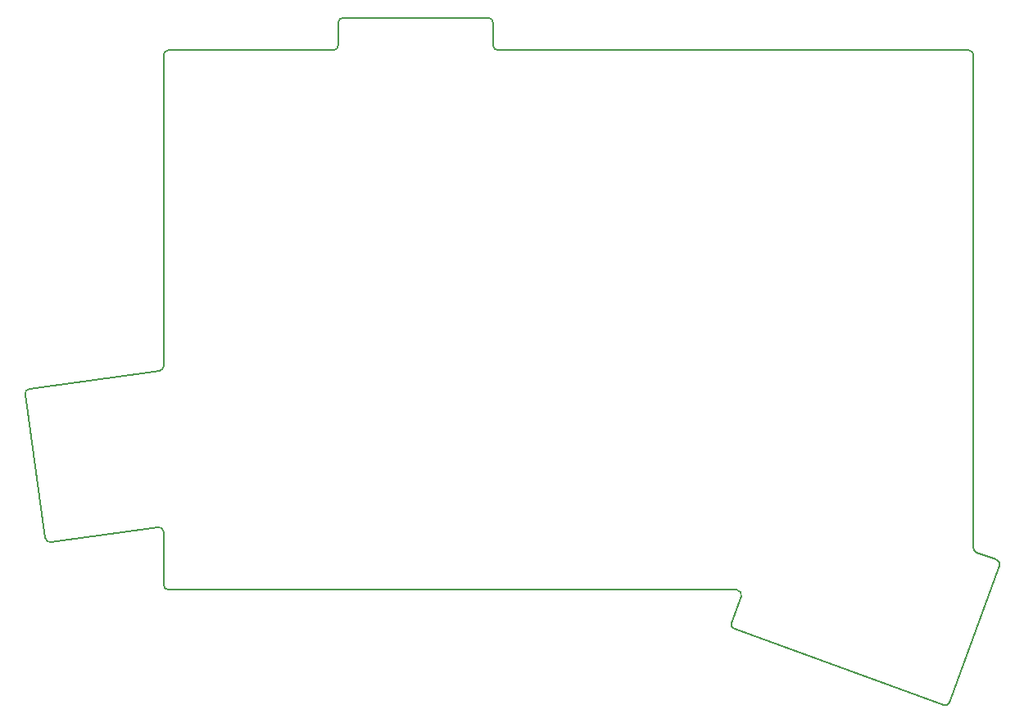
<source format=gbr>
%TF.GenerationSoftware,KiCad,Pcbnew,8.0.5*%
%TF.CreationDate,2024-09-24T21:25:47+10:00*%
%TF.ProjectId,pueo-min-space,7075656f-2d6d-4696-9e2d-73706163652e,0.1*%
%TF.SameCoordinates,Original*%
%TF.FileFunction,Profile,NP*%
%FSLAX46Y46*%
G04 Gerber Fmt 4.6, Leading zero omitted, Abs format (unit mm)*
G04 Created by KiCad (PCBNEW 8.0.5) date 2024-09-24 21:25:47*
%MOMM*%
%LPD*%
G01*
G04 APERTURE LIST*
%TA.AperFunction,Profile*%
%ADD10C,0.150000*%
%TD*%
G04 APERTURE END LIST*
D10*
X94616607Y-99079016D02*
X105711247Y-97519766D01*
X189480835Y-48202914D02*
G75*
G02*
X189980786Y-48702916I-35J-499986D01*
G01*
X192363458Y-100883601D02*
G75*
G02*
X192662266Y-101524449I-170958J-469799D01*
G01*
X124320831Y-45352912D02*
X124320835Y-47702912D01*
X189980832Y-99666294D02*
X189980836Y-48702916D01*
X106780833Y-104002912D02*
X165505872Y-104002910D01*
X165278207Y-108052220D02*
G75*
G02*
X164979393Y-107411371I170993J469820D01*
G01*
X139820837Y-44852914D02*
G75*
G02*
X140320786Y-45352912I-37J-499986D01*
G01*
X187531995Y-115619848D02*
G75*
G02*
X186891124Y-115918721I-469895J171048D01*
G01*
X189480834Y-48202914D02*
X140820834Y-48202914D01*
X105850420Y-81342966D02*
X92389840Y-83234725D01*
X165505872Y-104002910D02*
G75*
G02*
X165975731Y-104673924I28J-499990D01*
G01*
X106780834Y-104002912D02*
G75*
G02*
X106280788Y-103502913I-34J500012D01*
G01*
X140320834Y-47702910D02*
X140320837Y-45352912D01*
X94616607Y-99079016D02*
G75*
G02*
X94051879Y-98653470I-69607J495116D01*
G01*
X139820836Y-44852914D02*
X124820832Y-44852909D01*
X91964294Y-83799447D02*
G75*
G02*
X92389850Y-83234794I495106J69547D01*
G01*
X123820833Y-48202911D02*
X106780833Y-48202911D01*
X190309822Y-100136139D02*
G75*
G02*
X189980818Y-99666294I170978J469839D01*
G01*
X165975720Y-104673920D02*
X164979371Y-107411363D01*
X187531994Y-115619849D02*
X192662295Y-101524460D01*
X192363458Y-100883601D02*
X190309821Y-100136139D01*
X140820834Y-48202913D02*
G75*
G02*
X140320787Y-47702910I-34J500013D01*
G01*
X106280833Y-80847830D02*
G75*
G02*
X105850420Y-81342963I-500033J30D01*
G01*
X106280836Y-98014902D02*
X106280835Y-103502910D01*
X91964294Y-83799447D02*
X94051890Y-98653468D01*
X105711247Y-97519766D02*
G75*
G02*
X106280795Y-98014902I69553J-495134D01*
G01*
X106280832Y-48702911D02*
G75*
G02*
X106780833Y-48202932I499968J11D01*
G01*
X165278207Y-108052220D02*
X186891137Y-115918685D01*
X106280832Y-48702911D02*
X106280833Y-80847830D01*
X124320835Y-47702913D02*
G75*
G02*
X123820833Y-48202935I-500035J13D01*
G01*
X124320832Y-45352910D02*
G75*
G02*
X124820832Y-44852932I499968J10D01*
G01*
M02*

</source>
